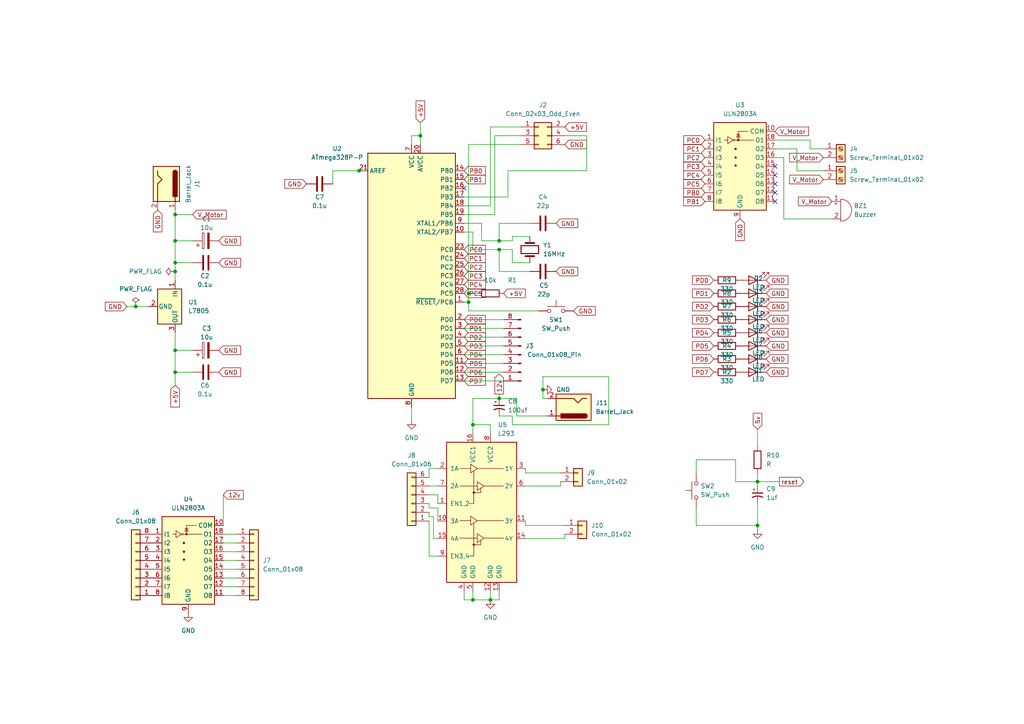
<source format=kicad_sch>
(kicad_sch (version 20250114) (generator "eeschema") (generator_version "9.0")
  (paper "A4")
  (title_block (title "Prehan Shah"))
  (lib_symbols
    (symbol "Connector:Barrel_Jack" (pin_names (offset 1.016))
      (property "Reference" "J" (at 0 5.334 0))
      (property "Value" "Barrel_Jack" (at 0 -5.08 0))
      (symbol "Barrel_Jack_1_1"
        (pin passive line (at 7.62 2.54 180) (length 2.54) (name "~") (number "1"))
        (pin passive line (at 7.62 -2.54 180) (length 2.54) (name "~") (number "2"))
      )
    )
    (symbol "Connector:Conn_01x08_Pin" (pin_names (offset 1.016) (hide yes))
      (property "Reference" "J" (at 0 10.16 0))
      (property "Value" "Conn_01x08_Pin" (at 0 -12.7 0))
      (symbol "Conn_01x08_Pin_1_1"
        (pin passive line (at 5.08 7.62 180) (length 3.81) (name "Pin_1") (number "1"))
        (pin passive line (at 5.08 5.08 180) (length 3.81) (name "Pin_2") (number "2"))
        (pin passive line (at 5.08 2.54 180) (length 3.81) (name "Pin_3") (number "3"))
        (pin passive line (at 5.08 0 180) (length 3.81) (name "Pin_4") (number "4"))
        (pin passive line (at 5.08 -2.54 180) (length 3.81) (name "Pin_5") (number "5"))
        (pin passive line (at 5.08 -5.08 180) (length 3.81) (name "Pin_6") (number "6"))
        (pin passive line (at 5.08 -7.62 180) (length 3.81) (name "Pin_7") (number "7"))
        (pin passive line (at 5.08 -10.16 180) (length 3.81) (name "Pin_8") (number "8"))
      )
    )
    (symbol "Connector:Screw_Terminal_01x02" (pin_names (offset 1.016) (hide yes))
      (property "Reference" "J" (at 0 2.54 0))
      (property "Value" "Screw_Terminal_01x02" (at 0 -5.08 0))
      (symbol "Screw_Terminal_01x02_1_1"
        (pin passive line (at -5.08 0 0) (length 3.81) (name "Pin_1") (number "1"))
        (pin passive line (at -5.08 -2.54 0) (length 3.81) (name "Pin_2") (number "2"))
      )
    )
    (symbol "Connector_Generic:Conn_01x02" (pin_names (offset 1.016) (hide yes))
      (property "Reference" "J" (at 0 2.54 0))
      (property "Value" "Conn_01x02" (at 0 -5.08 0))
      (symbol "Conn_01x02_1_1"
        (pin passive line (at -5.08 0 0) (length 3.81) (name "Pin_1") (number "1"))
        (pin passive line (at -5.08 -2.54 0) (length 3.81) (name "Pin_2") (number "2"))
      )
    )
    (symbol "Connector_Generic:Conn_01x06" (pin_names (offset 1.016) (hide yes))
      (property "Reference" "J" (at 0 7.62 0))
      (property "Value" "Conn_01x06" (at 0 -10.16 0))
      (symbol "Conn_01x06_1_1"
        (pin passive line (at -5.08 5.08 0) (length 3.81) (name "Pin_1") (number "1"))
        (pin passive line (at -5.08 2.54 0) (length 3.81) (name "Pin_2") (number "2"))
        (pin passive line (at -5.08 0 0) (length 3.81) (name "Pin_3") (number "3"))
        (pin passive line (at -5.08 -2.54 0) (length 3.81) (name "Pin_4") (number "4"))
        (pin passive line (at -5.08 -5.08 0) (length 3.81) (name "Pin_5") (number "5"))
        (pin passive line (at -5.08 -7.62 0) (length 3.81) (name "Pin_6") (number "6"))
      )
    )
    (symbol "Connector_Generic:Conn_01x08" (pin_names (offset 1.016) (hide yes))
      (property "Reference" "J" (at 0 10.16 0))
      (property "Value" "Conn_01x08" (at 0 -12.7 0))
      (symbol "Conn_01x08_1_1"
        (pin passive line (at -5.08 7.62 0) (length 3.81) (name "Pin_1") (number "1"))
        (pin passive line (at -5.08 5.08 0) (length 3.81) (name "Pin_2") (number "2"))
        (pin passive line (at -5.08 2.54 0) (length 3.81) (name "Pin_3") (number "3"))
        (pin passive line (at -5.08 0 0) (length 3.81) (name "Pin_4") (number "4"))
        (pin passive line (at -5.08 -2.54 0) (length 3.81) (name "Pin_5") (number "5"))
        (pin passive line (at -5.08 -5.08 0) (length 3.81) (name "Pin_6") (number "6"))
        (pin passive line (at -5.08 -7.62 0) (length 3.81) (name "Pin_7") (number "7"))
        (pin passive line (at -5.08 -10.16 0) (length 3.81) (name "Pin_8") (number "8"))
      )
    )
    (symbol "Connector_Generic:Conn_02x03_Odd_Even" (pin_names (offset 1.016) (hide yes))
      (property "Reference" "J" (at 1.27 5.08 0))
      (property "Value" "Conn_02x03_Odd_Even" (at 1.27 -5.08 0))
      (symbol "Conn_02x03_Odd_Even_1_1"
        (pin passive line (at -5.08 2.54 0) (length 3.81) (name "Pin_1") (number "1"))
        (pin passive line (at -5.08 0 0) (length 3.81) (name "Pin_3") (number "3"))
        (pin passive line (at -5.08 -2.54 0) (length 3.81) (name "Pin_5") (number "5"))
        (pin passive line (at 7.62 2.54 180) (length 3.81) (name "Pin_2") (number "2"))
        (pin passive line (at 7.62 0 180) (length 3.81) (name "Pin_4") (number "4"))
        (pin passive line (at 7.62 -2.54 180) (length 3.81) (name "Pin_6") (number "6"))
      )
    )
    (symbol "Device:Buzzer" (pin_names (offset 0.0254) (hide yes))
      (property "Reference" "BZ" (at 3.81 1.27 0))
      (property "Value" "Buzzer" (at 3.81 -1.27 0))
      (symbol "Buzzer_1_1"
        (pin passive line (at -2.54 2.54 0) (length 2.54) (name "+") (number "1"))
        (pin passive line (at -2.54 -2.54 0) (length 2.54) (name "-") (number "2"))
      )
    )
    (symbol "Device:C" (pin_numbers (hide yes)) (pin_names (offset 0.254))
      (property "Reference" "C" (at 0.635 2.54 0))
      (property "Value" "C" (at 0.635 -2.54 0))
      (symbol "C_1_1"
        (pin passive line (at 0 3.81 270) (length 2.794) (name "~") (number "1"))
        (pin passive line (at 0 -3.81 90) (length 2.794) (name "~") (number "2"))
      )
    )
    (symbol "Device:C_Polarized" (pin_numbers (hide yes)) (pin_names (offset 0.254))
      (property "Reference" "C" (at 0.635 2.54 0))
      (property "Value" "C_Polarized" (at 0.635 -2.54 0))
      (symbol "C_Polarized_1_1"
        (pin passive line (at 0 3.81 270) (length 2.794) (name "~") (number "1"))
        (pin passive line (at 0 -3.81 90) (length 2.794) (name "~") (number "2"))
      )
    )
    (symbol "Device:C_Polarized_Small_US" (pin_numbers (hide yes)) (pin_names (offset 0.254) (hide yes))
      (property "Reference" "C" (at 0.254 1.778 0))
      (property "Value" "C_Polarized_Small_US" (at 0.254 -2.032 0))
      (symbol "C_Polarized_Small_US_1_1"
        (pin passive line (at 0 2.54 270) (length 2.032) (name "~") (number "1"))
        (pin passive line (at 0 -2.54 90) (length 2.032) (name "~") (number "2"))
      )
    )
    (symbol "Device:Crystal" (pin_numbers (hide yes)) (pin_names (offset 1.016) (hide yes))
      (property "Reference" "Y" (at 0 3.81 0))
      (property "Value" "Crystal" (at 0 -3.81 0))
      (symbol "Crystal_1_1"
        (pin passive line (at -3.81 0 0) (length 1.27) (name "1") (number "1"))
        (pin passive line (at 3.81 0 180) (length 1.27) (name "2") (number "2"))
      )
    )
    (symbol "Device:LED" (pin_numbers (hide yes)) (pin_names (offset 1.016) (hide yes))
      (property "Reference" "D" (at 0 2.54 0))
      (property "Value" "LED" (at 0 -2.54 0))
      (symbol "LED_1_1"
        (pin passive line (at -3.81 0 0) (length 2.54) (name "K") (number "1"))
        (pin passive line (at 3.81 0 180) (length 2.54) (name "A") (number "2"))
      )
    )
    (symbol "Device:R" (pin_numbers (hide yes)) (pin_names (offset 0))
      (property "Reference" "R" (at 2.032 0 90))
      (property "Value" "R" (at 0 0 90))
      (symbol "R_1_1"
        (pin passive line (at 0 3.81 270) (length 1.27) (name "~") (number "1"))
        (pin passive line (at 0 -3.81 90) (length 1.27) (name "~") (number "2"))
      )
    )
    (symbol "Driver_Motor:L293" (pin_names (offset 1.016))
      (property "Reference" "U" (at -5.08 26.035 0))
      (property "Value" "L293" (at -5.08 24.13 0))
      (symbol "L293_1_1"
        (pin input line (at -12.7 15.24 0) (length 2.54) (name "1A") (number "2"))
        (pin input line (at -12.7 10.16 0) (length 2.54) (name "2A") (number "7"))
        (pin input line (at -12.7 5.08 0) (length 2.54) (name "EN1,2") (number "1"))
        (pin input line (at -12.7 0 0) (length 2.54) (name "3A") (number "10"))
        (pin input line (at -12.7 -5.08 0) (length 2.54) (name "4A") (number "15"))
        (pin input line (at -12.7 -10.16 0) (length 2.54) (name "EN3,4") (number "9"))
        (pin power_in line (at -5.08 -20.32 90) (length 2.54) (name "GND") (number "4"))
        (pin power_in line (at -2.54 25.4 270) (length 2.54) (name "VCC1") (number "16"))
        (pin power_in line (at -2.54 -20.32 90) (length 2.54) (name "GND") (number "5"))
        (pin power_in line (at 2.54 25.4 270) (length 2.54) (name "VCC2") (number "8"))
        (pin power_in line (at 2.54 -20.32 90) (length 2.54) (name "GND") (number "12"))
        (pin power_in line (at 5.08 -20.32 90) (length 2.54) (name "GND") (number "13"))
        (pin output line (at 12.7 15.24 180) (length 2.54) (name "1Y") (number "3"))
        (pin output line (at 12.7 10.16 180) (length 2.54) (name "2Y") (number "6"))
        (pin output line (at 12.7 0 180) (length 2.54) (name "3Y") (number "11"))
        (pin output line (at 12.7 -5.08 180) (length 2.54) (name "4Y") (number "14"))
      )
    )
    (symbol "MCU_Microchip_ATmega:ATmega328P-P"
      (property "Reference" "U" (at -12.7 36.83 0))
      (property "Value" "ATmega328P-P" (at 2.54 -36.83 0))
      (symbol "ATmega328P-P_1_1"
        (pin passive line (at -15.24 30.48 0) (length 2.54) (name "AREF") (number "21"))
        (pin power_in line (at 0 38.1 270) (length 2.54) (name "VCC") (number "7"))
        (pin passive line (at 0 -38.1 90) (length 2.54) (hide yes) (name "GND") (number "22"))
        (pin power_in line (at 0 -38.1 90) (length 2.54) (name "GND") (number "8"))
        (pin power_in line (at 2.54 38.1 270) (length 2.54) (name "AVCC") (number "20"))
        (pin bidirectional line (at 15.24 30.48 180) (length 2.54) (name "PB0") (number "14"))
        (pin bidirectional line (at 15.24 27.94 180) (length 2.54) (name "PB1") (number "15"))
        (pin bidirectional line (at 15.24 25.4 180) (length 2.54) (name "PB2") (number "16"))
        (pin bidirectional line (at 15.24 22.86 180) (length 2.54) (name "PB3") (number "17"))
        (pin bidirectional line (at 15.24 20.32 180) (length 2.54) (name "PB4") (number "18"))
        (pin bidirectional line (at 15.24 17.78 180) (length 2.54) (name "PB5") (number "19"))
        (pin bidirectional line (at 15.24 15.24 180) (length 2.54) (name "XTAL1/PB6") (number "9"))
        (pin bidirectional line (at 15.24 12.7 180) (length 2.54) (name "XTAL2/PB7") (number "10"))
        (pin bidirectional line (at 15.24 7.62 180) (length 2.54) (name "PC0") (number "23"))
        (pin bidirectional line (at 15.24 5.08 180) (length 2.54) (name "PC1") (number "24"))
        (pin bidirectional line (at 15.24 2.54 180) (length 2.54) (name "PC2") (number "25"))
        (pin bidirectional line (at 15.24 0 180) (length 2.54) (name "PC3") (number "26"))
        (pin bidirectional line (at 15.24 -2.54 180) (length 2.54) (name "PC4") (number "27"))
        (pin bidirectional line (at 15.24 -5.08 180) (length 2.54) (name "PC5") (number "28"))
        (pin bidirectional line (at 15.24 -7.62 180) (length 2.54) (name "~{RESET}/PC6") (number "1"))
        (pin bidirectional line (at 15.24 -12.7 180) (length 2.54) (name "PD0") (number "2"))
        (pin bidirectional line (at 15.24 -15.24 180) (length 2.54) (name "PD1") (number "3"))
        (pin bidirectional line (at 15.24 -17.78 180) (length 2.54) (name "PD2") (number "4"))
        (pin bidirectional line (at 15.24 -20.32 180) (length 2.54) (name "PD3") (number "5"))
        (pin bidirectional line (at 15.24 -22.86 180) (length 2.54) (name "PD4") (number "6"))
        (pin bidirectional line (at 15.24 -25.4 180) (length 2.54) (name "PD5") (number "11"))
        (pin bidirectional line (at 15.24 -27.94 180) (length 2.54) (name "PD6") (number "12"))
        (pin bidirectional line (at 15.24 -30.48 180) (length 2.54) (name "PD7") (number "13"))
      )
    )
    (symbol "Regulator_Linear:L7805" (pin_names (offset 0.254))
      (property "Reference" "U" (at -3.81 3.175 0))
      (property "Value" "L7805" (at 0 3.175 0))
      (symbol "L7805_1_1"
        (pin power_in line (at -7.62 0 0) (length 2.54) (name "IN") (number "1"))
        (pin power_in line (at 0 -7.62 90) (length 2.54) (name "GND") (number "2"))
        (pin power_out line (at 7.62 0 180) (length 2.54) (name "OUT") (number "3"))
      )
    )
    (symbol "Switch:SW_Push" (pin_numbers (hide yes)) (pin_names (offset 1.016) (hide yes))
      (property "Reference" "SW" (at 1.27 2.54 0))
      (property "Value" "SW_Push" (at 0 -1.524 0))
      (symbol "SW_Push_0_1"
        (pin passive line (at -5.08 0 0) (length 2.54) (name "1") (number "1"))
        (pin passive line (at 5.08 0 180) (length 2.54) (name "2") (number "2"))
      )
    )
    (symbol "Transistor_Array:ULN2803A"
      (property "Reference" "U" (at 0 13.335 0))
      (property "Value" "ULN2803A" (at 0 11.43 0))
      (symbol "ULN2803A_1_1"
        (pin input line (at -10.16 5.08 0) (length 2.54) (name "I1") (number "1"))
        (pin input line (at -10.16 2.54 0) (length 2.54) (name "I2") (number "2"))
        (pin input line (at -10.16 0 0) (length 2.54) (name "I3") (number "3"))
        (pin input line (at -10.16 -2.54 0) (length 2.54) (name "I4") (number "4"))
        (pin input line (at -10.16 -5.08 0) (length 2.54) (name "I5") (number "5"))
        (pin input line (at -10.16 -7.62 0) (length 2.54) (name "I6") (number "6"))
        (pin input line (at -10.16 -10.16 0) (length 2.54) (name "I7") (number "7"))
        (pin input line (at -10.16 -12.7 0) (length 2.54) (name "I8") (number "8"))
        (pin power_in line (at 0 -17.78 90) (length 2.54) (name "GND") (number "9"))
        (pin passive line (at 10.16 7.62 180) (length 2.54) (name "COM") (number "10"))
        (pin open_collector line (at 10.16 5.08 180) (length 2.54) (name "O1") (number "18"))
        (pin open_collector line (at 10.16 2.54 180) (length 2.54) (name "O2") (number "17"))
        (pin open_collector line (at 10.16 0 180) (length 2.54) (name "O3") (number "16"))
        (pin open_collector line (at 10.16 -2.54 180) (length 2.54) (name "O4") (number "15"))
        (pin open_collector line (at 10.16 -5.08 180) (length 2.54) (name "O5") (number "14"))
        (pin open_collector line (at 10.16 -7.62 180) (length 2.54) (name "O6") (number "13"))
        (pin open_collector line (at 10.16 -10.16 180) (length 2.54) (name "O7") (number "12"))
        (pin open_collector line (at 10.16 -12.7 180) (length 2.54) (name "O8") (number "11"))
      )
    )
    (symbol "power:GND" (power) (pin_numbers (hide yes)) (pin_names (offset 0) (hide yes))
      (property "Value" "GND" (at 0 -3.81 0))
      (symbol "GND_1_1"
        (pin power_in line (at 0 0 270) (length 0) (name "~") (number "1"))
      )
    )
    (symbol "power:PWR_FLAG" (power) (pin_numbers (hide yes)) (pin_names (offset 0) (hide yes))
      (property "Value" "PWR_FLAG" (at 0 3.81 0))
      (symbol "PWR_FLAG_0_0"
        (pin power_out line (at 0 0 90) (length 0) (name "~") (number "1"))
      )
    )
  )
  (junction (at 50.8 62.23))
  (junction (at 50.8 69.85))
  (junction (at 121.92 39.37))
  (junction (at 50.8 107.95))
  (junction (at 104.14 49.53))
  (junction (at 135.89 87.63))
  (junction (at 219.71 152.4))
  (junction (at 142.24 173.99))
  (junction (at 50.8 76.2))
  (junction (at 135.89 85.09))
  (junction (at 137.16 173.99))
  (junction (at 137.16 123.19))
  (junction (at 50.8 101.6))
  (junction (at 144.78 69.85))
  (junction (at 39.37 88.9))
  (junction (at 50.8 78.74))
  (junction (at 144.78 115.57))
  (junction (at 144.78 72.39))
  (junction (at 157.48 113.03))
  (junction (at 219.71 139.7))
  (no_connect (at 224.79 58.42))
  (no_connect (at 134.62 54.61))
  (no_connect (at 224.79 50.8))
  (no_connect (at 224.79 55.88))
  (no_connect (at 224.79 48.26))
  (no_connect (at 224.79 53.34))
  (wire (pts (xy 144.78 114.3) (xy 144.78 115.57)))
  (wire (pts (xy 163.83 152.4) (xy 152.4 152.4)))
  (wire (pts (xy 104.14 49.53) (xy 96.52 49.53)))
  (wire (pts (xy 147.32 57.15) (xy 134.62 57.15)))
  (wire (pts (xy 224.79 40.64) (xy 234.95 40.64)))
  (wire (pts (xy 213.36 133.35) (xy 213.36 139.7)))
  (wire (pts (xy 119.38 41.91) (xy 119.38 39.37)))
  (wire (pts (xy 152.4 152.4) (xy 152.4 151.13)))
  (wire (pts (xy 124.46 151.13) (xy 124.46 161.29)))
  (wire (pts (xy 144.78 72.39) (xy 148.59 72.39)))
  (wire (pts (xy 149.86 115.57) (xy 149.86 120.65)))
  (wire (pts (xy 64.77 170.18) (xy 68.58 170.18)))
  (wire (pts (xy 139.7 69.85) (xy 144.78 69.85)))
  (wire (pts (xy 201.93 133.35) (xy 213.36 133.35)))
  (wire (pts (xy 135.89 85.09) (xy 135.89 87.63)))
  (wire (pts (xy 176.53 109.22) (xy 157.48 109.22)))
  (wire (pts (xy 219.71 152.4) (xy 201.93 152.4)))
  (wire (pts (xy 137.16 123.19) (xy 142.24 123.19)))
  (wire (pts (xy 148.59 76.2) (xy 153.67 76.2)))
  (wire (pts (xy 201.93 137.16) (xy 201.93 133.35)))
  (wire (pts (xy 137.16 123.19) (xy 137.16 115.57)))
  (wire (pts (xy 124.46 147.32) (xy 127 147.32)))
  (wire (pts (xy 127 147.32) (xy 127 151.13)))
  (wire (pts (xy 36.83 88.9) (xy 39.37 88.9)))
  (wire (pts (xy 227.33 45.72) (xy 227.33 63.5)))
  (wire (pts (xy 124.46 148.59) (xy 124.46 149.86)))
  (wire (pts (xy 124.46 135.89) (xy 127 135.89)))
  (wire (pts (xy 144.78 78.74) (xy 153.67 78.74)))
  (wire (pts (xy 134.62 100.33) (xy 146.05 100.33)))
  (wire (pts (xy 144.78 69.85) (xy 148.59 69.85)))
  (wire (pts (xy 134.62 102.87) (xy 146.05 102.87)))
  (wire (pts (xy 125.73 149.86) (xy 125.73 156.21)))
  (wire (pts (xy 124.46 161.29) (xy 127 161.29)))
  (wire (pts (xy 50.8 62.23) (xy 55.88 62.23)))
  (wire (pts (xy 148.59 72.39) (xy 148.59 76.2)))
  (wire (pts (xy 144.78 64.77) (xy 144.78 69.85)))
  (wire (pts (xy 152.4 137.16) (xy 152.4 135.89)))
  (wire (pts (xy 50.8 78.74) (xy 50.8 76.2)))
  (wire (pts (xy 137.16 125.73) (xy 137.16 123.19)))
  (wire (pts (xy 219.71 139.7) (xy 226.06 139.7)))
  (wire (pts (xy 134.62 67.31) (xy 137.16 67.31)))
  (wire (pts (xy 64.77 172.72) (xy 68.58 172.72)))
  (wire (pts (xy 119.38 39.37) (xy 121.92 39.37)))
  (wire (pts (xy 64.77 160.02) (xy 68.58 160.02)))
  (wire (pts (xy 162.56 140.97) (xy 162.56 139.7)))
  (wire (pts (xy 148.59 120.65) (xy 148.59 123.19)))
  (wire (pts (xy 152.4 156.21) (xy 163.83 156.21)))
  (wire (pts (xy 144.78 171.45) (xy 144.78 173.99)))
  (wire (pts (xy 148.59 68.58) (xy 153.67 68.58)))
  (wire (pts (xy 50.8 96.52) (xy 50.8 101.6)))
  (wire (pts (xy 124.46 149.86) (xy 125.73 149.86)))
  (wire (pts (xy 152.4 140.97) (xy 162.56 140.97)))
  (wire (pts (xy 64.77 165.1) (xy 68.58 165.1)))
  (wire (pts (xy 157.48 109.22) (xy 157.48 113.03)))
  (wire (pts (xy 201.93 147.32) (xy 201.93 152.4)))
  (wire (pts (xy 137.16 67.31) (xy 137.16 72.39)))
  (wire (pts (xy 50.8 101.6) (xy 55.88 101.6)))
  (wire (pts (xy 142.24 171.45) (xy 142.24 173.99)))
  (wire (pts (xy 139.7 64.77) (xy 139.7 69.85)))
  (wire (pts (xy 124.46 138.43) (xy 124.46 135.89)))
  (wire (pts (xy 134.62 107.95) (xy 146.05 107.95)))
  (wire (pts (xy 142.24 123.19) (xy 142.24 125.73)))
  (wire (pts (xy 142.24 59.69) (xy 142.24 36.83)))
  (wire (pts (xy 219.71 137.16) (xy 219.71 139.7)))
  (wire (pts (xy 127 143.51) (xy 127 146.05)))
  (wire (pts (xy 124.46 143.51) (xy 127 143.51)))
  (wire (pts (xy 134.62 105.41) (xy 146.05 105.41)))
  (wire (pts (xy 134.62 87.63) (xy 135.89 87.63)))
  (wire (pts (xy 234.95 43.18) (xy 238.76 43.18)))
  (wire (pts (xy 135.89 41.91) (xy 151.13 41.91)))
  (wire (pts (xy 50.8 101.6) (xy 50.8 107.95)))
  (wire (pts (xy 157.48 115.57) (xy 158.75 115.57)))
  (wire (pts (xy 134.62 92.71) (xy 146.05 92.71)))
  (wire (pts (xy 137.16 72.39) (xy 144.78 72.39)))
  (wire (pts (xy 50.8 62.23) (xy 50.8 69.85)))
  (wire (pts (xy 234.95 40.64) (xy 234.95 43.18)))
  (wire (pts (xy 134.62 110.49) (xy 146.05 110.49)))
  (wire (pts (xy 153.67 64.77) (xy 144.78 64.77)))
  (wire (pts (xy 219.71 152.4) (xy 219.71 153.67)))
  (wire (pts (xy 224.79 45.72) (xy 227.33 45.72)))
  (wire (pts (xy 147.32 49.53) (xy 147.32 57.15)))
  (wire (pts (xy 176.53 123.19) (xy 176.53 109.22)))
  (wire (pts (xy 119.38 118.11) (xy 119.38 121.92)))
  (wire (pts (xy 135.89 85.09) (xy 138.43 85.09)))
  (wire (pts (xy 64.77 157.48) (xy 68.58 157.48)))
  (wire (pts (xy 135.89 90.17) (xy 135.89 87.63)))
  (wire (pts (xy 50.8 78.74) (xy 50.8 81.28)))
  (wire (pts (xy 163.83 39.37) (xy 170.18 39.37)))
  (wire (pts (xy 124.46 146.05) (xy 124.46 147.32)))
  (wire (pts (xy 64.77 154.94) (xy 68.58 154.94)))
  (wire (pts (xy 121.92 39.37) (xy 121.92 41.91)))
  (wire (pts (xy 64.77 143.51) (xy 64.77 152.4)))
  (wire (pts (xy 134.62 59.69) (xy 142.24 59.69)))
  (wire (pts (xy 219.71 146.05) (xy 219.71 152.4)))
  (wire (pts (xy 134.62 64.77) (xy 139.7 64.77)))
  (wire (pts (xy 64.77 167.64) (xy 68.58 167.64)))
  (wire (pts (xy 125.73 156.21) (xy 127 156.21)))
  (wire (pts (xy 142.24 173.99) (xy 137.16 173.99)))
  (wire (pts (xy 163.83 156.21) (xy 163.83 154.94)))
  (wire (pts (xy 231.14 49.53) (xy 238.76 49.53)))
  (wire (pts (xy 135.89 41.91) (xy 135.89 85.09)))
  (wire (pts (xy 144.78 72.39) (xy 144.78 78.74)))
  (wire (pts (xy 170.18 39.37) (xy 170.18 49.53)))
  (wire (pts (xy 213.36 139.7) (xy 219.71 139.7)))
  (wire (pts (xy 143.51 39.37) (xy 151.13 39.37)))
  (wire (pts (xy 143.51 39.37) (xy 143.51 62.23)))
  (wire (pts (xy 142.24 36.83) (xy 151.13 36.83)))
  (wire (pts (xy 144.78 120.65) (xy 148.59 120.65)))
  (wire (pts (xy 39.37 88.9) (xy 43.18 88.9)))
  (wire (pts (xy 137.16 115.57) (xy 144.78 115.57)))
  (wire (pts (xy 231.14 43.18) (xy 231.14 49.53)))
  (wire (pts (xy 50.8 76.2) (xy 50.8 69.85)))
  (wire (pts (xy 134.62 95.25) (xy 146.05 95.25)))
  (wire (pts (xy 50.8 60.96) (xy 50.8 62.23)))
  (wire (pts (xy 157.48 113.03) (xy 157.48 115.57)))
  (wire (pts (xy 121.92 35.56) (xy 121.92 39.37)))
  (wire (pts (xy 148.59 123.19) (xy 176.53 123.19)))
  (wire (pts (xy 50.8 69.85) (xy 55.88 69.85)))
  (wire (pts (xy 50.8 107.95) (xy 55.88 107.95)))
  (wire (pts (xy 106.68 49.53) (xy 104.14 49.53)))
  (wire (pts (xy 144.78 173.99) (xy 142.24 173.99)))
  (wire (pts (xy 219.71 124.46) (xy 219.71 129.54)))
  (wire (pts (xy 149.86 120.65) (xy 158.75 120.65)))
  (wire (pts (xy 137.16 173.99) (xy 137.16 171.45)))
  (wire (pts (xy 144.78 115.57) (xy 149.86 115.57)))
  (wire (pts (xy 170.18 49.53) (xy 147.32 49.53)))
  (wire (pts (xy 96.52 49.53) (xy 96.52 53.34)))
  (wire (pts (xy 134.62 173.99) (xy 137.16 173.99)))
  (wire (pts (xy 124.46 140.97) (xy 127 140.97)))
  (wire (pts (xy 219.71 139.7) (xy 219.71 140.97)))
  (wire (pts (xy 134.62 171.45) (xy 134.62 173.99)))
  (wire (pts (xy 50.8 76.2) (xy 55.88 76.2)))
  (wire (pts (xy 227.33 63.5) (xy 241.3 63.5)))
  (wire (pts (xy 162.56 137.16) (xy 152.4 137.16)))
  (wire (pts (xy 50.8 107.95) (xy 50.8 111.76)))
  (wire (pts (xy 156.21 90.17) (xy 135.89 90.17)))
  (wire (pts (xy 148.59 69.85) (xy 148.59 68.58)))
  (wire (pts (xy 134.62 97.79) (xy 146.05 97.79)))
  (wire (pts (xy 134.62 62.23) (xy 143.51 62.23)))
  (wire (pts (xy 64.77 162.56) (xy 68.58 162.56)))
  (wire (pts (xy 224.79 43.18) (xy 231.14 43.18)))
  (global_label "GND" (shape input) (at 63.5 107.95 0) (property "Intersheetrefs" "${INTERSHEET_REFS}" (effects (hide yes))))
  (global_label "PC0" (shape input) (at 204.47 40.64 180) (property "Intersheetrefs" "${INTERSHEET_REFS}" (effects (hide yes))))
  (global_label "PC0" (shape input) (at 134.62 72.39 0) (property "Intersheetrefs" "${INTERSHEET_REFS}" (effects (hide yes))))
  (global_label "V_Motor" (shape input) (at 238.76 52.07 180) (property "Intersheetrefs" "${INTERSHEET_REFS}" (effects (hide yes))))
  (global_label "PC2" (shape input) (at 134.62 77.47 0) (property "Intersheetrefs" "${INTERSHEET_REFS}" (effects (hide yes))))
  (global_label "PD2" (shape input) (at 134.62 97.79 0) (property "Intersheetrefs" "${INTERSHEET_REFS}" (effects (hide yes))))
  (global_label "+5V" (shape input) (at 121.92 35.56 90) (property "Intersheetrefs" "${INTERSHEET_REFS}" (effects (hide yes))))
  (global_label "PD5" (shape input) (at 207.01 100.33 180) (property "Intersheetrefs" "${INTERSHEET_REFS}" (effects (hide yes))))
  (global_label "reset" (shape output) (at 226.06 139.7 0) (property "Intersheetrefs" "${INTERSHEET_REFS}" (effects (hide yes))))
  (global_label "GND" (shape input) (at 161.29 78.74 0) (property "Intersheetrefs" "${INTERSHEET_REFS}" (effects (hide yes))))
  (global_label "PD4" (shape input) (at 134.62 102.87 0) (property "Intersheetrefs" "${INTERSHEET_REFS}" (effects (hide yes))))
  (global_label "12v" (shape input) (at 64.77 143.51 0) (property "Intersheetrefs" "${INTERSHEET_REFS}" (effects (hide yes))))
  (global_label "PD1" (shape input) (at 134.62 95.25 0) (property "Intersheetrefs" "${INTERSHEET_REFS}" (effects (hide yes))))
  (global_label "GND" (shape input) (at 36.83 88.9 180) (property "Intersheetrefs" "${INTERSHEET_REFS}" (effects (hide yes))))
  (global_label "GND" (shape input) (at 222.25 92.71 0) (property "Intersheetrefs" "${INTERSHEET_REFS}" (effects (hide yes))))
  (global_label "12v" (shape output) (at 144.78 114.3 90) (property "Intersheetrefs" "${INTERSHEET_REFS}" (effects (hide yes))))
  (global_label "PB1" (shape input) (at 204.47 58.42 180) (property "Intersheetrefs" "${INTERSHEET_REFS}" (effects (hide yes))))
  (global_label "GND" (shape input) (at 63.5 76.2 0) (property "Intersheetrefs" "${INTERSHEET_REFS}" (effects (hide yes))))
  (global_label "PD3" (shape input) (at 134.62 100.33 0) (property "Intersheetrefs" "${INTERSHEET_REFS}" (effects (hide yes))))
  (global_label "PC5" (shape input) (at 134.62 85.09 0) (property "Intersheetrefs" "${INTERSHEET_REFS}" (effects (hide yes))))
  (global_label "GND" (shape input) (at 45.72 60.96 270) (property "Intersheetrefs" "${INTERSHEET_REFS}" (effects (hide yes))))
  (global_label "GND" (shape input) (at 222.25 100.33 0) (property "Intersheetrefs" "${INTERSHEET_REFS}" (effects (hide yes))))
  (global_label "PC2" (shape input) (at 204.47 45.72 180) (property "Intersheetrefs" "${INTERSHEET_REFS}" (effects (hide yes))))
  (global_label "PC4" (shape input) (at 134.62 82.55 0) (property "Intersheetrefs" "${INTERSHEET_REFS}" (effects (hide yes))))
  (global_label "V_Motor" (shape input) (at 238.76 45.72 180) (property "Intersheetrefs" "${INTERSHEET_REFS}" (effects (hide yes))))
  (global_label "PD5" (shape input) (at 134.62 105.41 0) (property "Intersheetrefs" "${INTERSHEET_REFS}" (effects (hide yes))))
  (global_label "PD6" (shape input) (at 134.62 107.95 0) (property "Intersheetrefs" "${INTERSHEET_REFS}" (effects (hide yes))))
  (global_label "+5V" (shape input) (at 146.05 85.09 0) (property "Intersheetrefs" "${INTERSHEET_REFS}" (effects (hide yes))))
  (global_label "GND" (shape input) (at 163.83 41.91 0) (property "Intersheetrefs" "${INTERSHEET_REFS}" (effects (hide yes))))
  (global_label "GND" (shape input) (at 161.29 64.77 0) (property "Intersheetrefs" "${INTERSHEET_REFS}" (effects (hide yes))))
  (global_label "V_Motor" (shape input) (at 55.88 62.23 0) (property "Intersheetrefs" "${INTERSHEET_REFS}" (effects (hide yes))))
  (global_label "PC5" (shape input) (at 204.47 53.34 180) (property "Intersheetrefs" "${INTERSHEET_REFS}" (effects (hide yes))))
  (global_label "GND" (shape input) (at 222.25 88.9 0) (property "Intersheetrefs" "${INTERSHEET_REFS}" (effects (hide yes))))
  (global_label "GND" (shape input) (at 63.5 101.6 0) (property "Intersheetrefs" "${INTERSHEET_REFS}" (effects (hide yes))))
  (global_label "GND" (shape input) (at 63.5 69.85 0) (property "Intersheetrefs" "${INTERSHEET_REFS}" (effects (hide yes))))
  (global_label "PD4" (shape input) (at 207.01 96.52 180) (property "Intersheetrefs" "${INTERSHEET_REFS}" (effects (hide yes))))
  (global_label "PC1" (shape input) (at 204.47 43.18 180) (property "Intersheetrefs" "${INTERSHEET_REFS}" (effects (hide yes))))
  (global_label "V_Motor" (shape input) (at 241.3 58.42 180) (property "Intersheetrefs" "${INTERSHEET_REFS}" (effects (hide yes))))
  (global_label "PD3" (shape input) (at 207.01 92.71 180) (property "Intersheetrefs" "${INTERSHEET_REFS}" (effects (hide yes))))
  (global_label "GND" (shape input) (at 214.63 63.5 270) (property "Intersheetrefs" "${INTERSHEET_REFS}" (effects (hide yes))))
  (global_label "5v" (shape input) (at 219.71 124.46 90) (property "Intersheetrefs" "${INTERSHEET_REFS}" (effects (hide yes))))
  (global_label "PD0" (shape input) (at 207.01 81.28 180) (property "Intersheetrefs" "${INTERSHEET_REFS}" (effects (hide yes))))
  (global_label "PD6" (shape input) (at 207.01 104.14 180) (property "Intersheetrefs" "${INTERSHEET_REFS}" (effects (hide yes))))
  (global_label "PD2" (shape input) (at 207.01 88.9 180) (property "Intersheetrefs" "${INTERSHEET_REFS}" (effects (hide yes))))
  (global_label "GND" (shape input) (at 222.25 96.52 0) (property "Intersheetrefs" "${INTERSHEET_REFS}" (effects (hide yes))))
  (global_label "PD7" (shape input) (at 134.62 110.49 0) (property "Intersheetrefs" "${INTERSHEET_REFS}" (effects (hide yes))))
  (global_label "PC1" (shape input) (at 134.62 74.93 0) (property "Intersheetrefs" "${INTERSHEET_REFS}" (effects (hide yes))))
  (global_label "PD1" (shape input) (at 207.01 85.09 180) (property "Intersheetrefs" "${INTERSHEET_REFS}" (effects (hide yes))))
  (global_label "PC3" (shape input) (at 134.62 80.01 0) (property "Intersheetrefs" "${INTERSHEET_REFS}" (effects (hide yes))))
  (global_label "PD0" (shape input) (at 134.62 92.71 0) (property "Intersheetrefs" "${INTERSHEET_REFS}" (effects (hide yes))))
  (global_label "+5V" (shape input) (at 163.83 36.83 0) (property "Intersheetrefs" "${INTERSHEET_REFS}" (effects (hide yes))))
  (global_label "GND" (shape input) (at 222.25 107.95 0) (property "Intersheetrefs" "${INTERSHEET_REFS}" (effects (hide yes))))
  (global_label "GND" (shape input) (at 222.25 81.28 0) (property "Intersheetrefs" "${INTERSHEET_REFS}" (effects (hide yes))))
  (global_label "GND" (shape input) (at 88.9 53.34 180) (property "Intersheetrefs" "${INTERSHEET_REFS}" (effects (hide yes))))
  (global_label "PB0" (shape input) (at 134.62 49.53 0) (property "Intersheetrefs" "${INTERSHEET_REFS}" (effects (hide yes))))
  (global_label "GND" (shape input) (at 166.37 90.17 0) (property "Intersheetrefs" "${INTERSHEET_REFS}" (effects (hide yes))))
  (global_label "PC4" (shape input) (at 204.47 50.8 180) (property "Intersheetrefs" "${INTERSHEET_REFS}" (effects (hide yes))))
  (global_label "GND" (shape input) (at 222.25 85.09 0) (property "Intersheetrefs" "${INTERSHEET_REFS}" (effects (hide yes))))
  (global_label "+5V" (shape input) (at 50.8 111.76 270) (property "Intersheetrefs" "${INTERSHEET_REFS}" (effects (hide yes))))
  (global_label "GND" (shape input) (at 222.25 104.14 0) (property "Intersheetrefs" "${INTERSHEET_REFS}" (effects (hide yes))))
  (global_label "PB1" (shape input) (at 134.62 52.07 0) (property "Intersheetrefs" "${INTERSHEET_REFS}" (effects (hide yes))))
  (global_label "PC3" (shape input) (at 204.47 48.26 180) (property "Intersheetrefs" "${INTERSHEET_REFS}" (effects (hide yes))))
  (global_label "PB0" (shape input) (at 204.47 55.88 180) (property "Intersheetrefs" "${INTERSHEET_REFS}" (effects (hide yes))))
  (global_label "PD7" (shape input) (at 207.01 107.95 180) (property "Intersheetrefs" "${INTERSHEET_REFS}" (effects (hide yes))))
  (global_label "V_Motor" (shape input) (at 224.79 38.1 0) (property "Intersheetrefs" "${INTERSHEET_REFS}" (effects (hide yes))))
  (symbol (lib_id "Device:R") (at 210.82 85.09 90) (unit 1)
    (property "Reference" "R8" (at 210.82 85.09 90))
    (property "Value" "330" (at 210.82 87.63 90))
    (property "Footprint" "Resistor_THT:R_Axial_DIN0207_L6.3mm_D2.5mm_P7.62mm_Horizontal" (effects (hide yes)))
    (property "Description" "Resistor" (effects (hide yes)))
  )
  (symbol (lib_id "Device:LED") (at 218.44 107.95 180) (unit 1)
    (property "Reference" "D1" (at 219.964 107.442 0))
    (property "Value" "LED" (at 219.964 109.982 0))
    (property "Footprint" "LED_THT:LED_D5.0mm" (effects (hide yes)))
    (property "Description" "Light emitting diode" (effects (hide yes)))
    (property "Sim.Pins" "1=K 2=A" (effects (hide yes)))
  )
  (symbol (lib_id "Device:LED") (at 218.44 100.33 180) (unit 1)
    (property "Reference" "D7" (at 219.964 99.822 0))
    (property "Value" "LED" (at 219.964 102.362 0))
    (property "Footprint" "LED_THT:LED_D5.0mm" (effects (hide yes)))
    (property "Description" "Light emitting diode" (effects (hide yes)))
    (property "Sim.Pins" "1=K 2=A" (effects (hide yes)))
  )
  (symbol (lib_id "Connector:Conn_01x08_Pin") (at 151.13 102.87 180) (unit 1)
    (property "Reference" "J3" (at 152.4 100.3299 0) (effects (justify right)))
    (property "Value" "Conn_01x08_Pin" (at 152.908 102.87 0) (effects (justify right)))
    (property "Footprint" "Connector_PinHeader_2.54mm:PinHeader_1x08_P2.54mm_Vertical" (effects (hide yes)))
    (property "Description" "Generic connector, single row, 01x08, script generated" (effects (hide yes)))
  )
  (symbol (lib_id "Connector:Screw_Terminal_01x02") (at 243.84 49.53 0) (unit 1)
    (property "Reference" "J5" (at 246.38 49.5299 0) (effects (justify left)))
    (property "Value" "Screw_Terminal_01x02" (at 246.38 52.0699 0) (effects (justify left)))
    (property "Footprint" "TerminalBlock_Phoenix:TerminalBlock_Phoenix_PT-1,5-2-3.5-H_1x02_P3.50mm_Horizontal" (effects (hide yes)))
    (property "Description" "Generic screw terminal, single row, 01x02, script generated (kicad-library-utils/schlib/autogen/connector/)" (effects (hide yes)))
  )
  (symbol (lib_id "Connector_Generic:Conn_02x03_Odd_Even") (at 156.21 39.37 0) (unit 1)
    (property "Reference" "J2" (at 157.48 30.48 0))
    (property "Value" "Conn_02x03_Odd_Even" (at 157.48 33.02 0))
    (property "Footprint" "Connector_PinHeader_2.54mm:PinHeader_2x03_P2.54mm_Vertical" (effects (hide yes)))
    (property "Description" "Generic connector, double row, 02x03, odd/even pin numbering scheme (row 1 odd numbers, row 2 even numbers), script generated (kicad-library-utils/schlib/autogen/connector/)" (effects (hide yes)))
  )
  (symbol (lib_id "Device:R") (at 210.82 104.14 90) (unit 1)
    (property "Reference" "R3" (at 210.82 104.14 90))
    (property "Value" "330" (at 210.82 106.68 90))
    (property "Footprint" "Resistor_THT:R_Axial_DIN0207_L6.3mm_D2.5mm_P7.62mm_Horizontal" (effects (hide yes)))
    (property "Description" "Resistor" (effects (hide yes)))
  )
  (symbol (lib_id "Driver_Motor:L293") (at 139.7 151.13 0) (unit 1)
    (property "Reference" "U5" (at 144.3833 123.19 0) (effects (justify left)))
    (property "Value" "L293" (at 144.3833 125.73 0) (effects (justify left)))
    (property "Footprint" "Package_DIP:DIP-16_W7.62mm" (effects (hide yes)))
    (property "Datasheet" "http://www.ti.com/lit/ds/symlink/l293.pdf" (effects (hide yes)))
    (property "Description" "Quadruple Half-H Drivers" (effects (hide yes)))
  )
  (symbol (lib_id "Device:C") (at 92.71 53.34 90) (unit 1)
    (property "Reference" "C7" (at 92.71 57.15 90))
    (property "Value" "0.1u" (at 92.71 59.69 90))
    (property "Footprint" "Capacitor_THT:C_Disc_D3.0mm_W1.6mm_P2.50mm" (effects (hide yes)))
    (property "Description" "Unpolarized capacitor" (effects (hide yes)))
  )
  (symbol (lib_id "Connector_Generic:Conn_01x08") (at 73.66 162.56 0) (unit 1)
    (property "Reference" "J7" (at 76.2 162.5599 0) (effects (justify left)))
    (property "Value" "Conn_01x08" (at 76.2 165.0999 0) (effects (justify left)))
    (property "Footprint" "Connector_PinHeader_2.54mm:PinHeader_1x08_P2.54mm_Vertical" (effects (hide yes)))
    (property "Description" "Generic connector, single row, 01x08, script generated (kicad-library-utils/schlib/autogen/connector/)" (effects (hide yes)))
  )
  (symbol (lib_id "Device:LED") (at 218.44 88.9 180) (unit 1)
    (property "Reference" "D4" (at 219.964 88.392 0))
    (property "Value" "LED" (at 219.964 90.932 0))
    (property "Footprint" "LED_THT:LED_D5.0mm" (effects (hide yes)))
    (property "Description" "Light emitting diode" (effects (hide yes)))
    (property "Sim.Pins" "1=K 2=A" (effects (hide yes)))
  )
  (symbol (lib_id "Connector:Screw_Terminal_01x02") (at 243.84 43.18 0) (unit 1)
    (property "Reference" "J4" (at 246.38 43.1799 0) (effects (justify left)))
    (property "Value" "Screw_Terminal_01x02" (at 246.38 45.7199 0) (effects (justify left)))
    (property "Footprint" "TerminalBlock_Phoenix:TerminalBlock_Phoenix_PT-1,5-2-3.5-H_1x02_P3.50mm_Horizontal" (effects (hide yes)))
    (property "Description" "Generic screw terminal, single row, 01x02, script generated (kicad-library-utils/schlib/autogen/connector/)" (effects (hide yes)))
  )
  (symbol (lib_id "Device:Buzzer") (at 243.84 60.96 0) (unit 1)
    (property "Reference" "BZ1" (at 247.65 59.6899 0) (effects (justify left)))
    (property "Value" "Buzzer" (at 247.65 62.2299 0) (effects (justify left)))
    (property "Footprint" "Buzzer_Beeper:Buzzer_12x9.5RM7.6" (effects (hide yes)))
    (property "Description" "Buzzer, polarized" (effects (hide yes)))
  )
  (symbol (lib_id "Switch:SW_Push") (at 201.93 142.24 90) (unit 1)
    (property "Reference" "SW2" (at 203.2 140.9699 90) (effects (justify right)))
    (property "Value" "SW_Push" (at 203.2 143.5099 90) (effects (justify right)))
    (property "Footprint" "Button_Switch_THT:SW_PUSH_6mm" (effects (hide yes)))
    (property "Description" "Push button switch, generic, two pins" (effects (hide yes)))
  )
  (symbol (lib_id "Device:R") (at 210.82 96.52 90) (unit 1)
    (property "Reference" "R5" (at 210.82 96.52 90))
    (property "Value" "330" (at 210.82 99.06 90))
    (property "Footprint" "Resistor_THT:R_Axial_DIN0207_L6.3mm_D2.5mm_P7.62mm_Horizontal" (effects (hide yes)))
    (property "Description" "Resistor" (effects (hide yes)))
  )
  (symbol (lib_id "Device:LED") (at 218.44 81.28 180) (unit 1)
    (property "Reference" "D2" (at 219.964 80.772 0))
    (property "Value" "LED" (at 219.964 83.312 0))
    (property "Footprint" "LED_THT:LED_D5.0mm" (effects (hide yes)))
    (property "Description" "Light emitting diode" (effects (hide yes)))
    (property "Sim.Pins" "1=K 2=A" (effects (hide yes)))
  )
  (symbol (lib_id "Device:LED") (at 218.44 104.14 180) (unit 1)
    (property "Reference" "D8" (at 219.964 103.632 0))
    (property "Value" "LED" (at 219.964 106.172 0))
    (property "Footprint" "LED_THT:LED_D5.0mm" (effects (hide yes)))
    (property "Description" "Light emitting diode" (effects (hide yes)))
    (property "Sim.Pins" "1=K 2=A" (effects (hide yes)))
  )
  (symbol (lib_id "Device:LED") (at 218.44 85.09 180) (unit 1)
    (property "Reference" "D3" (at 219.964 84.582 0))
    (property "Value" "LED" (at 219.964 87.122 0))
    (property "Footprint" "LED_THT:LED_D5.0mm" (effects (hide yes)))
    (property "Description" "Light emitting diode" (effects (hide yes)))
    (property "Sim.Pins" "1=K 2=A" (effects (hide yes)))
  )
  (symbol (lib_id "Device:C") (at 59.69 76.2 90) (unit 1)
    (property "Reference" "C2" (at 59.436 80.01 90))
    (property "Value" "0.1u" (at 59.436 82.55 90))
    (property "Footprint" "Capacitor_THT:C_Disc_D3.0mm_W1.6mm_P2.50mm" (effects (hide yes)))
    (property "Description" "Unpolarized capacitor" (effects (hide yes)))
  )
  (symbol (lib_id "Connector_Generic:Conn_01x08") (at 39.37 165.1 180) (unit 1)
    (property "Reference" "J6" (at 39.37 148.59 0))
    (property "Value" "Conn_01x08" (at 39.37 151.13 0))
    (property "Footprint" "Connector_PinHeader_2.54mm:PinHeader_1x08_P2.54mm_Vertical" (effects (hide yes)))
    (property "Description" "Generic connector, single row, 01x08, script generated (kicad-library-utils/schlib/autogen/connector/)" (effects (hide yes)))
  )
  (symbol (lib_id "Regulator_Linear:L7805") (at 50.8 88.9 270) (unit 1)
    (property "Reference" "U1" (at 54.61 87.6299 90) (effects (justify left)))
    (property "Value" "L7805" (at 54.61 90.1699 90) (effects (justify left)))
    (property "Footprint" "Package_TO_SOT_THT:TO-220-3_Vertical" (effects (hide yes)))
    (property "Datasheet" "http://www.st.com/content/ccc/resource/technical/document/datasheet/41/4f/b3/b0/12/d4/47/88/CD00000444.pdf/files/CD00000444.pdf/jcr:content/translations/en.CD00000444.pdf" (effects (hide yes)))
    (property "Description" "Positive 1.5A 35V Linear Regulator, Fixed Output 5V, TO-220/TO-263/TO-252" (effects (hide yes)))
  )
  (symbol (lib_id "MCU_Microchip_ATmega:ATmega328P-P") (at 119.38 80.01 0) (unit 1)
    (property "Reference" "U2" (at 97.79 43.1098 0))
    (property "Value" "ATmega328P-P" (at 97.79 45.6498 0))
    (property "Footprint" "Package_DIP:DIP-28_W7.62mm" (effects (hide yes)))
    (property "Datasheet" "http://ww1.microchip.com/downloads/en/DeviceDoc/ATmega328_P%20AVR%20MCU%20with%20picoPower%20Technology%20Data%20Sheet%2040001984A.pdf" (effects (hide yes)))
    (property "Description" "20MHz, 32kB Flash, 2kB SRAM, 1kB EEPROM, DIP-28" (effects (hide yes)))
  )
  (symbol (lib_id "Device:C_Polarized_Small_US") (at 219.71 143.51 0) (unit 1)
    (property "Reference" "C9" (at 222.25 141.8081 0) (effects (justify left)))
    (property "Value" "1uf" (at 222.25 144.3481 0) (effects (justify left)))
    (property "Footprint" "Capacitor_THT:C_Disc_D5.0mm_W2.5mm_P5.00mm" (effects (hide yes)))
    (property "Description" "Polarized capacitor, small US symbol" (effects (hide yes)))
  )
  (symbol (lib_id "Connector_Generic:Conn_01x02") (at 168.91 152.4 0) (unit 1)
    (property "Reference" "J10" (at 171.45 152.3999 0) (effects (justify left)))
    (property "Value" "Conn_01x02" (at 171.45 154.9399 0) (effects (justify left)))
    (property "Footprint" "Connector_PinHeader_2.54mm:PinHeader_1x02_P2.54mm_Vertical" (effects (hide yes)))
    (property "Description" "Generic connector, single row, 01x02, script generated (kicad-library-utils/schlib/autogen/connector/)" (effects (hide yes)))
  )
  (symbol (lib_id "Device:R") (at 210.82 107.95 90) (unit 1)
    (property "Reference" "R2" (at 210.82 107.95 90))
    (property "Value" "330" (at 210.82 110.49 90))
    (property "Footprint" "Resistor_THT:R_Axial_DIN0207_L6.3mm_D2.5mm_P7.62mm_Horizontal" (effects (hide yes)))
    (property "Description" "Resistor" (effects (hide yes)))
  )
  (symbol (lib_id "Connector:Barrel_Jack") (at 166.37 118.11 180) (unit 1)
    (property "Reference" "J11" (at 172.72 116.8399 0) (effects (justify right)))
    (property "Value" "Barrel_Jack" (at 172.72 119.3799 0) (effects (justify right)))
    (property "Footprint" "Connector_BarrelJack:BarrelJack_Horizontal" (effects (hide yes)))
    (property "Description" "DC Barrel Jack" (effects (hide yes)))
  )
  (symbol (lib_id "Device:C") (at 157.48 64.77 90) (unit 1)
    (property "Reference" "C4" (at 157.48 57.15 90))
    (property "Value" "22p" (at 157.48 59.69 90))
    (property "Footprint" "Capacitor_THT:C_Disc_D3.0mm_W1.6mm_P2.50mm" (effects (hide yes)))
    (property "Description" "Unpolarized capacitor" (effects (hide yes)))
  )
  (symbol (lib_id "Device:R") (at 210.82 100.33 90) (unit 1)
    (property "Reference" "R4" (at 210.82 100.33 90))
    (property "Value" "330" (at 210.82 102.87 90))
    (property "Footprint" "Resistor_THT:R_Axial_DIN0207_L6.3mm_D2.5mm_P7.62mm_Horizontal" (effects (hide yes)))
    (property "Description" "Resistor" (effects (hide yes)))
  )
  (symbol (lib_id "power:GND") (at 157.48 113.03 90) (unit 1)
    (property "Reference" "#PWR04" (effects (hide yes)))
    (property "Value" "GND" (at 161.29 113.0299 90) (effects (justify right)))
    (property "Description" "Power symbol creates a global label with name \"GND\" , ground" (effects (hide yes)))
  )
  (symbol (lib_id "power:PWR_FLAG") (at 50.8 78.74 90) (unit 1)
    (property "Reference" "#FLG01" (effects (hide yes)))
    (property "Value" "PWR_FLAG" (at 46.99 78.7399 90) (effects (justify left)))
    (property "Description" "Special symbol for telling ERC where power comes from" (effects (hide yes)))
  )
  (symbol (lib_id "Device:C") (at 59.69 107.95 90) (unit 1)
    (property "Reference" "C6" (at 59.436 111.76 90))
    (property "Value" "0.1u" (at 59.436 114.3 90))
    (property "Footprint" "Capacitor_THT:C_Disc_D3.0mm_W1.6mm_P2.50mm" (effects (hide yes)))
    (property "Description" "Unpolarized capacitor" (effects (hide yes)))
  )
  (symbol (lib_id "power:GND") (at 119.38 121.92 0) (unit 1)
    (property "Reference" "#PWR01" (effects (hide yes)))
    (property "Value" "GND" (at 119.38 127 0))
    (property "Description" "Power symbol creates a global label with name \"GND\" , ground" (effects (hide yes)))
  )
  (symbol (lib_id "Switch:SW_Push") (at 161.29 90.17 0) (unit 1)
    (property "Reference" "SW1" (at 161.29 92.71 0))
    (property "Value" "SW_Push" (at 161.29 95.25 0))
    (property "Footprint" "Button_Switch_THT:SW_PUSH_6mm" (effects (hide yes)))
    (property "Description" "Push button switch, generic, two pins" (effects (hide yes)))
  )
  (symbol (lib_id "Device:R") (at 219.71 133.35 0) (unit 1)
    (property "Reference" "R10" (at 222.25 132.0799 0) (effects (justify left)))
    (property "Value" "R" (at 222.25 134.6199 0) (effects (justify left)))
    (property "Footprint" "Resistor_THT:R_Axial_DIN0207_L6.3mm_D2.5mm_P7.62mm_Horizontal" (effects (hide yes)))
    (property "Description" "Resistor" (effects (hide yes)))
  )
  (symbol (lib_id "Device:Crystal") (at 153.67 72.39 90) (unit 1)
    (property "Reference" "Y1" (at 157.48 71.1199 90) (effects (justify right)))
    (property "Value" "16MHz" (at 157.48 73.6599 90) (effects (justify right)))
    (property "Footprint" "Crystal:Crystal_HC49-U_Vertical" (effects (hide yes)))
    (property "Description" "Two pin crystal" (effects (hide yes)))
  )
  (symbol (lib_id "power:GND") (at 219.71 153.67 0) (unit 1)
    (property "Reference" "#PWR05" (effects (hide yes)))
    (property "Value" "GND" (at 219.71 158.75 0))
    (property "Description" "Power symbol creates a global label with name \"GND\" , ground" (effects (hide yes)))
  )
  (symbol (lib_id "Connector_Generic:Conn_01x06") (at 119.38 146.05 180) (unit 1)
    (property "Reference" "J8" (at 119.38 132.08 0))
    (property "Value" "Conn_01x06" (at 119.38 134.62 0))
    (property "Footprint" "Connector_PinHeader_2.54mm:PinHeader_1x06_P2.54mm_Vertical" (effects (hide yes)))
    (property "Description" "Generic connector, single row, 01x06, script generated (kicad-library-utils/schlib/autogen/connector/)" (effects (hide yes)))
  )
  (symbol (lib_id "power:GND") (at 54.61 177.8 0) (unit 1)
    (property "Reference" "#PWR02" (effects (hide yes)))
    (property "Value" "GND" (at 54.61 182.88 0))
    (property "Description" "Power symbol creates a global label with name \"GND\" , ground" (effects (hide yes)))
  )
  (symbol (lib_id "Device:R") (at 210.82 81.28 90) (unit 1)
    (property "Reference" "R9" (at 210.82 81.28 90))
    (property "Value" "330" (at 210.82 83.82 90))
    (property "Footprint" "Resistor_THT:R_Axial_DIN0207_L6.3mm_D2.5mm_P7.62mm_Horizontal" (effects (hide yes)))
    (property "Description" "Resistor" (effects (hide yes)))
  )
  (symbol (lib_id "power:PWR_FLAG") (at 39.37 88.9 0) (unit 1)
    (property "Reference" "#FLG02" (effects (hide yes)))
    (property "Value" "PWR_FLAG" (at 39.37 83.82 0))
    (property "Description" "Special symbol for telling ERC where power comes from" (effects (hide yes)))
  )
  (symbol (lib_id "power:GND") (at 142.24 173.99 0) (unit 1)
    (property "Reference" "#PWR03" (effects (hide yes)))
    (property "Value" "GND" (at 142.24 179.07 0))
    (property "Description" "Power symbol creates a global label with name \"GND\" , ground" (effects (hide yes)))
  )
  (symbol (lib_id "Connector_Generic:Conn_01x02") (at 167.64 137.16 0) (unit 1)
    (property "Reference" "J9" (at 170.18 137.1599 0) (effects (justify left)))
    (property "Value" "Conn_01x02" (at 170.18 139.6999 0) (effects (justify left)))
    (property "Footprint" "Connector_PinHeader_2.54mm:PinHeader_1x02_P2.54mm_Vertical" (effects (hide yes)))
    (property "Description" "Generic connector, single row, 01x02, script generated (kicad-library-utils/schlib/autogen/connector/)" (effects (hide yes)))
  )
  (symbol (lib_id "Device:LED") (at 218.44 92.71 180) (unit 1)
    (property "Reference" "D5" (at 219.964 92.202 0))
    (property "Value" "LED" (at 219.964 94.742 0))
    (property "Footprint" "LED_THT:LED_D5.0mm" (effects (hide yes)))
    (property "Description" "Light emitting diode" (effects (hide yes)))
    (property "Sim.Pins" "1=K 2=A" (effects (hide yes)))
  )
  (symbol (lib_id "Device:R") (at 142.24 85.09 90) (unit 1)
    (property "Reference" "R1" (at 148.59 81.28 90))
    (property "Value" "10k" (at 142.24 81.28 90))
    (property "Footprint" "Resistor_THT:R_Axial_DIN0207_L6.3mm_D2.5mm_P7.62mm_Horizontal" (effects (hide yes)))
    (property "Description" "Resistor" (effects (hide yes)))
  )
  (symbol (lib_id "Device:LED") (at 218.44 96.52 180) (unit 1)
    (property "Reference" "D6" (at 219.964 96.012 0))
    (property "Value" "LED" (at 219.964 98.552 0))
    (property "Footprint" "LED_THT:LED_D5.0mm" (effects (hide yes)))
    (property "Description" "Light emitting diode" (effects (hide yes)))
    (property "Sim.Pins" "1=K 2=A" (effects (hide yes)))
  )
  (symbol (lib_id "Transistor_Array:ULN2803A") (at 54.61 160.02 0) (unit 1)
    (property "Reference" "U4" (at 54.61 144.78 0))
    (property "Value" "ULN2803A" (at 54.61 147.32 0))
    (property "Footprint" "Package_DIP:DIP-18_W7.62mm" (effects (hide yes)))
    (property "Datasheet" "http://www.ti.com/lit/ds/symlink/uln2803a.pdf" (effects (hide yes)))
    (property "Description" "Darlington Transistor Arrays, SOIC18/DIP18" (effects (hide yes)))
  )
  (symbol (lib_id "Device:C") (at 157.48 78.74 270) (unit 1)
    (property "Reference" "C5" (at 157.734 82.804 90))
    (property "Value" "22p" (at 157.734 85.344 90))
    (property "Footprint" "Capacitor_THT:C_Disc_D3.0mm_W1.6mm_P2.50mm" (effects (hide yes)))
    (property "Description" "Unpolarized capacitor" (effects (hide yes)))
  )
  (symbol (lib_id "Device:C_Polarized_Small_US") (at 144.78 118.11 0) (unit 1)
    (property "Reference" "C8" (at 147.32 116.4081 0) (effects (justify left)))
    (property "Value" "100uf" (at 147.32 118.9481 0) (effects (justify left)))
    (property "Footprint" "Capacitor_THT:CP_Radial_D8.0mm_P3.50mm" (effects (hide yes)))
    (property "Description" "Polarized capacitor, small US symbol" (effects (hide yes)))
  )
  (symbol (lib_id "Device:C_Polarized") (at 59.69 69.85 90) (unit 1)
    (property "Reference" "C1" (at 59.944 63.5 90))
    (property "Value" "10u" (at 59.944 66.04 90))
    (property "Footprint" "Capacitor_THT:CP_Radial_D5.0mm_P2.00mm" (effects (hide yes)))
    (property "Description" "Polarized capacitor" (effects (hide yes)))
  )
  (symbol (lib_id "Connector:Barrel_Jack") (at 48.26 53.34 270) (unit 1)
    (property "Reference" "J1" (at 57.15 53.34 0))
    (property "Value" "Barrel_Jack" (at 54.61 53.34 0))
    (property "Footprint" "Connector_BarrelJack:BarrelJack_Horizontal" (effects (hide yes)))
    (property "Description" "DC Barrel Jack" (effects (hide yes)))
  )
  (symbol (lib_id "Transistor_Array:ULN2803A") (at 214.63 45.72 0) (unit 1)
    (property "Reference" "U3" (at 214.63 30.48 0))
    (property "Value" "ULN2803A" (at 214.63 33.02 0))
    (property "Footprint" "Package_DIP:DIP-18_W7.62mm" (effects (hide yes)))
    (property "Datasheet" "http://www.ti.com/lit/ds/symlink/uln2803a.pdf" (effects (hide yes)))
    (property "Description" "Darlington Transistor Arrays, SOIC18/DIP18" (effects (hide yes)))
  )
  (symbol (lib_id "Device:R") (at 210.82 88.9 90) (unit 1)
    (property "Reference" "R7" (at 210.82 88.9 90))
    (property "Value" "330" (at 210.82 91.44 90))
    (property "Footprint" "Resistor_THT:R_Axial_DIN0207_L6.3mm_D2.5mm_P7.62mm_Horizontal" (effects (hide yes)))
    (property "Description" "Resistor" (effects (hide yes)))
  )
  (symbol (lib_id "Device:C_Polarized") (at 59.69 101.6 90) (unit 1)
    (property "Reference" "C3" (at 59.944 95.25 90))
    (property "Value" "10u" (at 59.944 97.79 90))
    (property "Footprint" "Capacitor_THT:CP_Radial_D5.0mm_P2.00mm" (effects (hide yes)))
    (property "Description" "Polarized capacitor" (effects (hide yes)))
  )
  (symbol (lib_id "Device:R") (at 210.82 92.71 90) (unit 1)
    (property "Reference" "R6" (at 210.82 92.71 90))
    (property "Value" "330" (at 210.82 95.25 90))
    (property "Footprint" "Resistor_THT:R_Axial_DIN0207_L6.3mm_D2.5mm_P7.62mm_Horizontal" (effects (hide yes)))
    (property "Description" "Resistor" (effects (hide yes)))
  )
)
</source>
